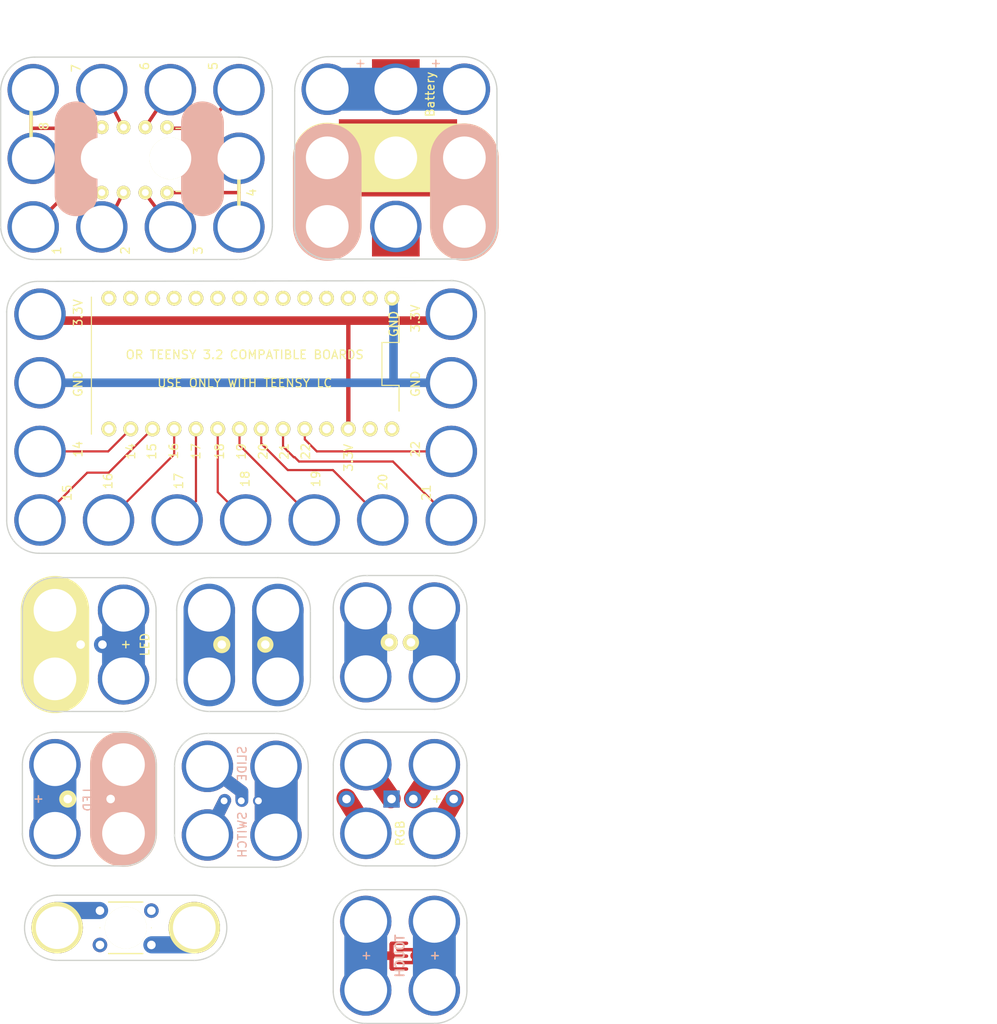
<source format=kicad_pcb>
(kicad_pcb (version 4) (host pcbnew 4.0.4+e1-6308~48~ubuntu14.04.1-stable)

  (general
    (links 0)
    (no_connects 0)
    (area 61.958999 59.1302 178.510001 176.468321)
    (thickness 1.6)
    (drawings 102)
    (tracks 27)
    (zones 0)
    (modules 11)
    (nets 1)
  )

  (page USLetter)
  (title_block
    (company "All Rights Reserved")
    (comment 1 help@browndoggadgets.com)
    (comment 2 http://www.browndoggadgets.com/)
    (comment 3 "Company: Brown Dog Gadgets")
  )

  (layers
    (0 F.Cu signal)
    (31 B.Cu signal)
    (34 B.Paste user)
    (35 F.Paste user)
    (36 B.SilkS user)
    (37 F.SilkS user)
    (38 B.Mask user)
    (39 F.Mask user)
    (44 Edge.Cuts user)
    (46 B.CrtYd user)
    (47 F.CrtYd user)
    (48 B.Fab user)
    (49 F.Fab user)
  )

  (setup
    (last_trace_width 0.254)
    (user_trace_width 0.1524)
    (user_trace_width 0.254)
    (user_trace_width 0.3302)
    (user_trace_width 0.508)
    (user_trace_width 0.762)
    (user_trace_width 1.27)
    (trace_clearance 0.254)
    (zone_clearance 0.508)
    (zone_45_only no)
    (trace_min 0.1524)
    (segment_width 0.1524)
    (edge_width 0.1524)
    (via_size 0.6858)
    (via_drill 0.3302)
    (via_min_size 0.6858)
    (via_min_drill 0.3302)
    (user_via 0.6858 0.3302)
    (user_via 0.762 0.4064)
    (user_via 0.8636 0.508)
    (uvia_size 0.6858)
    (uvia_drill 0.3302)
    (uvias_allowed no)
    (uvia_min_size 0)
    (uvia_min_drill 0)
    (pcb_text_width 0.1524)
    (pcb_text_size 1.016 1.016)
    (mod_edge_width 0.1524)
    (mod_text_size 1.016 1.016)
    (mod_text_width 0.1524)
    (pad_size 1.524 1.524)
    (pad_drill 0.762)
    (pad_to_mask_clearance 0.0762)
    (solder_mask_min_width 0.1016)
    (pad_to_paste_clearance -0.0762)
    (aux_axis_origin 0 0)
    (grid_origin 132.1 81.3)
    (visible_elements FFFEDF7D)
    (pcbplotparams
      (layerselection 0x310fc_80000001)
      (usegerberextensions true)
      (excludeedgelayer true)
      (linewidth 0.100000)
      (plotframeref false)
      (viasonmask false)
      (mode 1)
      (useauxorigin false)
      (hpglpennumber 1)
      (hpglpenspeed 20)
      (hpglpendiameter 15)
      (hpglpenoverlay 2)
      (psnegative false)
      (psa4output false)
      (plotreference true)
      (plotvalue true)
      (plotinvisibletext false)
      (padsonsilk false)
      (subtractmaskfromsilk false)
      (outputformat 1)
      (mirror false)
      (drillshape 0)
      (scaleselection 1)
      (outputdirectory gerbers))
  )

  (net 0 "")

  (net_class Default "This is the default net class."
    (clearance 0.254)
    (trace_width 0.254)
    (via_dia 0.6858)
    (via_drill 0.3302)
    (uvia_dia 0.6858)
    (uvia_drill 0.3302)
  )

  (module Rewire_Circuits:LED-10MMD-5MMP-TH-2x2 (layer F.Cu) (tedit 583354C7) (tstamp 5833D544)
    (at 76.572 154.124 90)
    (descr "10mm LED 5mm pitch through hole center polarized")
    (fp_text reference LED (at 3.9 -4.162 270) (layer B.SilkS)
      (effects (font (size 1 1) (thickness 0.15)) (justify mirror))
    )
    (fp_text value Val** (at 4 -4 90) (layer F.Fab) hide
      (effects (font (size 1 1) (thickness 0.15)))
    )
    (fp_text user %R (at 3.99 -4.162 180) (layer F.Fab)
      (effects (font (size 1 1) (thickness 0.15)))
    )
    (fp_line (start 8 -8) (end 0 -8) (layer B.Mask) (width 5))
    (fp_line (start 0 0) (end 8 0) (layer F.SilkS) (width 7.8))
    (fp_text user + (at 4 -10 90) (layer F.SilkS)
      (effects (font (size 1 1) (thickness 0.15)))
    )
    (fp_text user + (at 4 -10 90) (layer B.SilkS)
      (effects (font (size 1 1) (thickness 0.15)) (justify mirror))
    )
    (fp_text user - (at 4 3 90) (layer F.SilkS)
      (effects (font (size 1 1) (thickness 0.15)))
    )
    (fp_line (start 8 -8) (end 0 -8) (layer B.Cu) (width 5))
    (fp_line (start 8 0) (end 0 0) (layer B.Mask) (width 5))
    (fp_line (start 8 0) (end 0 0) (layer B.Cu) (width 5))
    (fp_line (start 7.9 -11.8) (end 0.1 -11.8) (layer F.Fab) (width 0.04064))
    (fp_line (start 7.9 3.8) (end 0.1 3.8) (layer F.Fab) (width 0.04064))
    (fp_line (start 11.8 -0.1) (end 11.8 -7.9) (layer F.Fab) (width 0.04064))
    (fp_line (start -3.8 -0.1) (end -3.8 -7.9) (layer F.Fab) (width 0.04064))
    (fp_arc (start 7.9 -7.9) (end 7.9 -11.8) (angle 90) (layer F.Fab) (width 0.04064))
    (fp_arc (start 7.9 -0.1) (end 11.8 -0.1) (angle 90) (layer F.Fab) (width 0.04064))
    (fp_arc (start 0.1 -0.1) (end 0.1 3.8) (angle 90) (layer F.Fab) (width 0.04064))
    (fp_arc (start 0.1 -7.9) (end -3.8 -7.9) (angle 90) (layer F.Fab) (width 0.04064))
    (fp_line (start 0 0) (end 8 0) (layer B.SilkS) (width 7.8))
    (pad + thru_hole circle (at 4 -6.5 90) (size 2 2) (drill 1.00076) (layers *.Cu *.Mask F.SilkS))
    (pad - thru_hole circle (at 4 -1.5) (size 1.9 1.9) (drill 1.00076) (layers *.Cu *.Mask F.SilkS))
    (pad - thru_hole circle (at 0 0 90) (size 6 6) (drill 4.98) (layers *.Cu *.Mask))
    (pad + thru_hole circle (at 0 -8 90) (size 6 6) (drill 4.98) (layers *.Cu *.Mask))
    (pad + thru_hole circle (at 8 -8 90) (size 6 6) (drill 4.98) (layers *.Cu *.Mask))
    (pad - thru_hole circle (at 8 0 90) (size 6 6) (drill 4.98) (layers *.Cu *.Mask))
  )

  (module Rewire_Circuits:LED-5MMD-2.5MMP-2x2 (layer F.Cu) (tedit 58124F82) (tstamp 5833BA1B)
    (at 76.572 136.116 90)
    (descr "LED 5mm round vertical")
    (tags "LED 5mm round vertical")
    (fp_text reference "LED 2.54MM PITCH" (at 4 -4 180) (layer F.Fab)
      (effects (font (size 1 1) (thickness 0.15)))
    )
    (fp_text value LED (at 4 2.5 90) (layer F.SilkS)
      (effects (font (size 1 1) (thickness 0.15)))
    )
    (fp_arc (start 0.195441 -0.199792) (end 0 3.8) (angle 84.2) (layer F.Fab) (width 0.05))
    (fp_line (start 11.8 -8) (end 11.8 0) (layer F.Fab) (width 0.05))
    (fp_line (start 0 -11.8) (end 8 -11.8) (layer F.Fab) (width 0.05))
    (fp_line (start 0 3.8) (end 8 3.8) (layer F.Fab) (width 0.05))
    (fp_line (start -3.8 -8) (end -3.8 0) (layer F.Fab) (width 0.05))
    (fp_line (start 4 -5.2) (end 4 -6.3) (layer B.Cu) (width 2))
    (fp_line (start 8 -8) (end 0 -8) (layer B.Mask) (width 5))
    (fp_text user + (at 4 0.2 90) (layer F.SilkS)
      (effects (font (size 1 1) (thickness 0.15)))
    )
    (fp_line (start 0 -8) (end 8 -8) (layer F.SilkS) (width 8))
    (fp_line (start 2.5 -6.23) (end 5.5 -6.23) (layer F.SilkS) (width 0.15))
    (fp_line (start 8 -8) (end 0 -8) (layer B.Cu) (width 5))
    (fp_line (start 8 0) (end 0 0) (layer B.Mask) (width 5))
    (fp_line (start 8 0) (end 0 0) (layer B.Cu) (width 5))
    (fp_line (start 4 -1.35) (end 4 -2.45) (layer B.Cu) (width 2))
    (fp_arc (start 7.800208 -0.195441) (end 11.8 0) (angle 84.2) (layer F.Fab) (width 0.05))
    (fp_arc (start 0.199792 -7.804559) (end -3.8 -8) (angle 84.2) (layer F.Fab) (width 0.05))
    (fp_arc (start 7.804559 -7.800208) (end 8 -11.8) (angle 84.2) (layer F.Fab) (width 0.05))
    (pad - thru_hole rect (at 4 -5 90) (size 2 1.9) (drill 1.00076) (layers *.Cu *.Mask))
    (pad + thru_hole circle (at 4 -2.46) (size 1.9 1.9) (drill 1.00076) (layers *.Cu *.Mask))
    (pad + thru_hole circle (at 0 0 90) (size 6 6) (drill 4.98) (layers *.Cu *.Mask))
    (pad - thru_hole circle (at 0 -8 90) (size 6 6) (drill 4.98) (layers *.Cu *.Mask))
    (pad - thru_hole circle (at 8 -8 90) (size 6 6) (drill 4.98) (layers *.Cu *.Mask))
    (pad + thru_hole circle (at 8 0 90) (size 6 6) (drill 4.98) (layers *.Cu *.Mask))
  )

  (module Rewire_Circuits:GENERIC-2.54MM-TH-2x2 (layer F.Cu) (tedit 58334362) (tstamp 58339EAD)
    (at 112.842 135.862 90)
    (descr "2.54mm pitch through hole centered 2x2")
    (fp_text reference "GEN 2.54MM PITCH" (at 4.016 -4 360) (layer F.Fab)
      (effects (font (size 1 1) (thickness 0.15)))
    )
    (fp_text value GENERIC-TH-2.54MM-PITCH (at 4 6 90) (layer F.Fab) hide
      (effects (font (size 1 1) (thickness 0.15)))
    )
    (fp_line (start 8 -8) (end 0 -8) (layer B.Cu) (width 5))
    (fp_line (start 8 0) (end 0 0) (layer B.Cu) (width 5))
    (fp_line (start 0 0) (end 8 0) (layer B.Mask) (width 5))
    (fp_line (start 8 -8) (end 0 -8) (layer B.Mask) (width 5))
    (fp_line (start 7.9 -11.8) (end 0.1 -11.8) (layer F.Fab) (width 0.04064))
    (fp_line (start 7.9 3.8) (end 0.1 3.8) (layer F.Fab) (width 0.04064))
    (fp_line (start 11.8 -0.1) (end 11.8 -7.9) (layer F.Fab) (width 0.04064))
    (fp_line (start -3.8 -0.1) (end -3.8 -7.9) (layer F.Fab) (width 0.04064))
    (fp_arc (start 7.9 -7.9) (end 7.9 -11.8) (angle 90) (layer F.Fab) (width 0.04064))
    (fp_arc (start 7.9 -0.1) (end 11.8 -0.1) (angle 90) (layer F.Fab) (width 0.04064))
    (fp_arc (start 0.1 -0.1) (end 0.1 3.8) (angle 90) (layer F.Fab) (width 0.04064))
    (fp_arc (start 0.1 -7.9) (end -3.8 -7.9) (angle 90) (layer F.Fab) (width 0.04064))
    (pad 1 thru_hole circle (at 4 -5.27 90) (size 2 2) (drill 1.00076) (layers *.Cu *.Mask F.SilkS))
    (pad 2 thru_hole circle (at 4 -2.73) (size 1.9 1.9) (drill 1.00076) (layers *.Cu *.Mask F.SilkS))
    (pad 2 thru_hole circle (at 0 0 90) (size 6 6) (drill 4.98) (layers *.Cu *.Mask))
    (pad 1 thru_hole circle (at 0 -8 90) (size 6 6) (drill 4.98) (layers *.Cu *.Mask))
    (pad 1 thru_hole circle (at 8 -8 90) (size 6 6) (drill 4.98) (layers *.Cu *.Mask))
    (pad 2 thru_hole circle (at 8 0 90) (size 6 6) (drill 4.98) (layers *.Cu *.Mask))
  )

  (module Rewire_Circuits:TEENSYLC-EDGE-4x7 (layer F.Cu) (tedit 5833437A) (tstamp 5832D6B1)
    (at 66.826 117.591 90)
    (descr "8-lead dip package, row spacing 7.62 mm (300 mils)")
    (tags "dil dip 2.54 300")
    (fp_text reference REF** (at 17.9 43.28 90) (layer F.SilkS) hide
      (effects (font (size 1 1) (thickness 0.15)))
    )
    (fp_text value DIP-8_W7.62mm (at 2.9 44.78 90) (layer F.Fab) hide
      (effects (font (size 1 1) (thickness 0.15)))
    )
    (fp_line (start 25.75 41.25) (end 16 41.25) (layer B.Cu) (width 1))
    (fp_line (start 16 0.25) (end 16 48) (layer B.Cu) (width 1))
    (fp_line (start 10 6) (end 26 6) (layer F.SilkS) (width 0.127))
    (fp_line (start 0 51.9) (end 24 51.9) (layer F.Fab) (width 0.04064))
    (fp_line (start 24 -3.9) (end 0 -3.9) (layer F.Fab) (width 0.04064))
    (fp_line (start -3.9 0) (end -3.9 48) (layer F.Fab) (width 0.04064))
    (fp_arc (start 0 48) (end 0 51.9) (angle 89.9) (layer F.Fab) (width 0.04064))
    (fp_text user "OR TEENSY 3.2 COMPATIBLE BOARDS" (at 19.271 23.892 180) (layer F.SilkS)
      (effects (font (size 1 1) (thickness 0.15)))
    )
    (fp_text user "USE ONLY WITH TEENSY LC" (at 15.969 23.892 180) (layer F.SilkS)
      (effects (font (size 1 1) (thickness 0.15)))
    )
    (fp_text user 3.3V (at 7.25 36 90) (layer F.SilkS)
      (effects (font (size 1 1) (thickness 0.15)))
    )
    (fp_line (start 20.7 39.901) (end 15.7 39.901) (layer F.SilkS) (width 0.127))
    (fp_line (start 20.7 41.901) (end 20.7 39.901) (layer F.SilkS) (width 0.127))
    (fp_text user "TEENSY LC/3.2 BREAKOUT" (at 10.795 23.495 180) (layer F.Fab)
      (effects (font (size 1 1) (thickness 0.15)))
    )
    (fp_text user 17 (at 4.54 16.19 270) (layer F.SilkS)
      (effects (font (size 1 1) (thickness 0.15)))
    )
    (fp_text user 16 (at 4.54 7.94 270) (layer F.SilkS)
      (effects (font (size 1 1) (thickness 0.15)))
    )
    (fp_text user GND (at 22.86 41.275 90) (layer F.SilkS)
      (effects (font (size 1 1) (thickness 0.15)))
    )
    (fp_text user 21 (at 8 28.5 90) (layer F.SilkS)
      (effects (font (size 1 1) (thickness 0.15)))
    )
    (fp_text user 16 (at 8.05 15.6 90) (layer F.SilkS)
      (effects (font (size 1 1) (thickness 0.15)))
    )
    (fp_text user 17 (at 8 18.201 90) (layer F.SilkS)
      (effects (font (size 1 1) (thickness 0.15)))
    )
    (fp_text user 19 (at 4.79 32.19 90) (layer F.SilkS)
      (effects (font (size 1 1) (thickness 0.15)))
    )
    (fp_text user 15 (at 8 13.05 90) (layer F.SilkS)
      (effects (font (size 1 1) (thickness 0.15)))
    )
    (fp_text user 18 (at 4.79 23.94 90) (layer F.SilkS)
      (effects (font (size 1 1) (thickness 0.15)))
    )
    (fp_arc (start 0 0) (end -3.9 0) (angle 90) (layer F.Fab) (width 0.04064))
    (fp_line (start 27.9 48) (end 27.9 0) (layer F.Fab) (width 0.04064))
    (fp_arc (start 24 0) (end 24 -3.9) (angle 89.9) (layer F.Fab) (width 0.04064))
    (fp_arc (start 24 48) (end 27.9 48) (angle 90) (layer F.Fab) (width 0.04064))
    (fp_line (start 20.7 41.901) (end 23.7 41.901) (layer F.SilkS) (width 0.127))
    (fp_line (start 15.7 41.901) (end 15.7 39.901) (layer F.SilkS) (width 0.127))
    (fp_line (start 15.7 41.901) (end 15.7 39.901) (layer F.SilkS) (width 0.127))
    (fp_line (start 12.7 41.901) (end 15.7 41.901) (layer F.SilkS) (width 0.127))
    (fp_line (start 12.7 41.901) (end 15.7 41.901) (layer F.SilkS) (width 0.127))
    (fp_text user 20 (at 4.445 40.005 90) (layer F.SilkS)
      (effects (font (size 1 1) (thickness 0.15)))
    )
    (fp_text user 22 (at 8 31.001 90) (layer F.SilkS)
      (effects (font (size 1 1) (thickness 0.15)))
    )
    (fp_text user 15 (at 3.175 3.175 90) (layer F.SilkS)
      (effects (font (size 1 1) (thickness 0.15)))
    )
    (fp_line (start 23.25 0.5) (end 23.25 48.25) (layer F.Cu) (width 1))
    (fp_text user 14 (at 8 10.6 90) (layer F.SilkS)
      (effects (font (size 1 1) (thickness 0.15)))
    )
    (fp_text user 20 (at 8 26.035 90) (layer F.SilkS)
      (effects (font (size 1 1) (thickness 0.15)))
    )
    (fp_text user 19 (at 8 23.495 90) (layer F.SilkS)
      (effects (font (size 1 1) (thickness 0.15)))
    )
    (fp_text user 18 (at 8 20.955 90) (layer F.SilkS)
      (effects (font (size 1 1) (thickness 0.15)))
    )
    (fp_text user 14 (at 8.255 4.445 90) (layer F.SilkS)
      (effects (font (size 1 1) (thickness 0.15)))
    )
    (fp_text user 21 (at 3.175 45.085 90) (layer F.SilkS)
      (effects (font (size 1 1) (thickness 0.15)))
    )
    (fp_text user 22 (at 8.255 43.815 90) (layer F.SilkS)
      (effects (font (size 1 1) (thickness 0.15)))
    )
    (fp_text user GND (at 15.875 4.445 90) (layer F.SilkS)
      (effects (font (size 1 1) (thickness 0.15)))
    )
    (fp_text user 3.3V (at 24.13 4.445 90) (layer F.SilkS)
      (effects (font (size 1 1) (thickness 0.15)))
    )
    (fp_text user 3.3V (at 23.495 43.815 90) (layer F.SilkS)
      (effects (font (size 1 1) (thickness 0.15)))
    )
    (fp_text user GND (at 22.86 41.275 90) (layer F.SilkS)
      (effects (font (size 1 1) (thickness 0.15)))
    )
    (fp_text user GND (at 15.875 43.815 90) (layer F.SilkS)
      (effects (font (size 1 1) (thickness 0.15)))
    )
    (pad GND thru_hole circle (at 25.86 41.061 270) (size 1.7272 1.7272) (drill 1.016) (layers *.Cu *.Mask F.SilkS))
    (pad 0 thru_hole circle (at 25.86 38.521 270) (size 1.7272 1.7272) (drill 1.016) (layers *.Cu *.Mask F.SilkS))
    (pad 1 thru_hole circle (at 25.86 35.981 270) (size 1.7272 1.7272) (drill 1.016) (layers *.Cu *.Mask F.SilkS))
    (pad 2 thru_hole circle (at 25.86 33.441 270) (size 1.7272 1.7272) (drill 1.016) (layers *.Cu *.Mask F.SilkS))
    (pad 3 thru_hole circle (at 25.86 30.901 270) (size 1.7272 1.7272) (drill 1.016) (layers *.Cu *.Mask F.SilkS))
    (pad 4 thru_hole circle (at 25.86 28.361 270) (size 1.7272 1.7272) (drill 1.016) (layers *.Cu *.Mask F.SilkS))
    (pad 5 thru_hole circle (at 25.86 25.821 270) (size 1.7272 1.7272) (drill 1.016) (layers *.Cu *.Mask F.SilkS))
    (pad 6 thru_hole circle (at 25.86 23.281 270) (size 1.7272 1.7272) (drill 1.016) (layers *.Cu *.Mask F.SilkS))
    (pad 7 thru_hole circle (at 25.86 20.741 270) (size 1.7272 1.7272) (drill 1.016) (layers *.Cu *.Mask F.SilkS))
    (pad 8 thru_hole circle (at 25.86 18.201 270) (size 1.7272 1.7272) (drill 1.016) (layers *.Cu *.Mask F.SilkS))
    (pad 9 thru_hole circle (at 25.86 15.661 270) (size 1.7272 1.7272) (drill 1.016) (layers *.Cu *.Mask F.SilkS))
    (pad 10 thru_hole circle (at 25.86 13.121 270) (size 1.7272 1.7272) (drill 1.016) (layers *.Cu *.Mask F.SilkS))
    (pad 11 thru_hole circle (at 25.86 10.581 270) (size 1.7272 1.7272) (drill 1.016) (layers *.Cu *.Mask F.SilkS))
    (pad 12 thru_hole circle (at 25.86 8.041 270) (size 1.7272 1.7272) (drill 1.016) (layers *.Cu *.Mask F.SilkS))
    (pad 13 thru_hole circle (at 10.62 8.041 270) (size 1.7272 1.7272) (drill 1.016) (layers *.Cu *.Mask F.SilkS))
    (pad 16 thru_hole circle (at 10.62 15.661 270) (size 1.7272 1.7272) (drill 1.016) (layers *.Cu *.Mask F.SilkS))
    (pad 3.3V thru_hole circle (at 10.62 35.981 270) (size 1.7272 1.7272) (drill 1.016) (layers *.Cu *.Mask F.SilkS))
    (pad 18 thru_hole circle (at 10.62 20.741 270) (size 1.7272 1.7272) (drill 1.016) (layers *.Cu *.Mask F.SilkS))
    (pad 17 thru_hole circle (at 10.62 18.201 270) (size 1.7272 1.7272) (drill 1.016) (layers *.Cu *.Mask F.SilkS))
    (pad G3 thru_hole circle (at 10.62 38.521 270) (size 1.7272 1.7272) (drill 1.016) (layers *.Cu *.Mask F.SilkS))
    (pad 22 thru_hole circle (at 10.62 30.901 270) (size 1.7272 1.7272) (drill 1.016) (layers *.Cu *.Mask F.SilkS))
    (pad VIN thru_hole circle (at 10.62 41.061 270) (size 1.7272 1.7272) (drill 1.016) (layers *.Cu *.Mask F.SilkS))
    (pad 21 thru_hole circle (at 10.62 28.361 270) (size 1.7272 1.7272) (drill 1.016) (layers *.Cu *.Mask F.SilkS))
    (pad 20 thru_hole circle (at 10.62 25.821 270) (size 1.7272 1.7272) (drill 1.016) (layers *.Cu *.Mask F.SilkS))
    (pad 19 thru_hole circle (at 10.62 23.281 270) (size 1.7272 1.7272) (drill 1.016) (layers *.Cu *.Mask F.SilkS))
    (pad 23 thru_hole circle (at 10.62 33.441 270) (size 1.7272 1.7272) (drill 1.016) (layers *.Cu *.Mask F.SilkS))
    (pad 14 thru_hole circle (at 10.62 10.581 270) (size 1.7272 1.7272) (drill 1.016) (layers *.Cu *.Mask F.SilkS))
    (pad 15 thru_hole circle (at 10.62 13.121 270) (size 1.7272 1.7272) (drill 1.016) (layers *.Cu *.Mask F.SilkS))
    (pad 16 thru_hole circle (at 0 8 180) (size 6 6) (drill 4.98) (layers *.Cu *.Mask))
    (pad 17 thru_hole circle (at 0.001 16 180) (size 6 6) (drill 4.98) (layers *.Cu *.Mask))
    (pad 19 thru_hole circle (at 0.001 32 180) (size 6 6) (drill 4.98) (layers *.Cu *.Mask))
    (pad 15 thru_hole circle (at 0.001 0 180) (size 6 6) (drill 4.98) (layers *.Cu *.Mask))
    (pad 20 thru_hole circle (at 0.001 40 180) (size 6 6) (drill 4.98) (layers *.Cu *.Mask))
    (pad 18 thru_hole circle (at 0.001 24 180) (size 6 6) (drill 4.98) (layers *.Cu *.Mask))
    (pad 14 thru_hole circle (at 8 0 180) (size 6 6) (drill 4.98) (layers *.Cu *.Mask))
    (pad GND thru_hole circle (at 16 0 180) (size 6 6) (drill 4.98) (layers *.Cu *.Mask))
    (pad 3.3V thru_hole circle (at 24 0 180) (size 6 6) (drill 4.98) (layers *.Cu *.Mask))
    (pad 21 thru_hole circle (at 0.001 48 180) (size 6 6) (drill 4.98) (layers *.Cu *.Mask))
    (pad 22 thru_hole circle (at 8 48 180) (size 6 6) (drill 4.98) (layers *.Cu *.Mask))
    (pad GND thru_hole circle (at 16 48 180) (size 6 6) (drill 4.98) (layers *.Cu *.Mask))
    (pad 3.3V thru_hole circle (at 24 48 180) (size 6 6) (drill 4.98) (layers *.Cu *.Mask))
  )

  (module Rewire_Circuits:DIP8-PLATFORM-TEST (layer F.Cu) (tedit 58334661) (tstamp 5832E3AB)
    (at 90.038 83.416 90)
    (descr "8-lead dip package, row spacing 7.62 mm (300 mils)")
    (tags "dil dip 2.54 300")
    (fp_text reference "DIP8 BREAKOUT" (at 8.1 -12.1 180) (layer F.Fab)
      (effects (font (size 1 1) (thickness 0.15)))
    )
    (fp_text value "8DIP IC" (at 0 -4 90) (layer B.SilkS) hide
      (effects (font (size 1 1) (thickness 0.15)) (justify mirror))
    )
    (fp_line (start 0 0) (end 8 0) (layer F.Cu) (width 0.4064))
    (fp_text user 1 (at -2.75 -21.25 90) (layer F.SilkS)
      (effects (font (size 1 1) (thickness 0.15)))
    )
    (fp_line (start 4 -11) (end 0 -8) (layer F.Cu) (width 0.4064))
    (fp_line (start 0 -15.5) (end 4 -13.5) (layer F.Cu) (width 0.4064))
    (fp_line (start 4 -20) (end 0 -24) (layer F.Cu) (width 0.4064))
    (fp_line (start 4 -16) (end 4 -20) (layer F.Cu) (width 0.4064))
    (fp_line (start 8 -24.25) (end 16 -24.25) (layer F.Cu) (width 0.4064))
    (fp_line (start 11.5 -17.5) (end 11.5 -24.25) (layer F.Cu) (width 0.4064))
    (fp_line (start 11.5 -13.5) (end 16 -15.75) (layer F.Cu) (width 0.4064))
    (fp_line (start 11.5 -11) (end 16 -8) (layer F.Cu) (width 0.4064))
    (fp_line (start 11.5 -4) (end 16.25 0) (layer F.Cu) (width 0.4064))
    (fp_line (start 11.5 -8.5) (end 11.5 -4) (layer F.Cu) (width 0.4064))
    (fp_line (start 0 0) (end 8.25 0) (layer F.SilkS) (width 0.4064))
    (fp_line (start 4 -8.25) (end 4 0) (layer F.Cu) (width 0.4064))
    (fp_line (start 11.5 -17.5) (end 11.5 -16) (layer F.Cu) (width 0.4064))
    (fp_circle (center 3.85 -17.85) (end 3.575 -17.85) (layer F.SilkS) (width 0.8))
    (fp_text user %R (at 8 -16 180) (layer F.Fab) hide
      (effects (font (size 1 1) (thickness 0.15)))
    )
    (fp_line (start 0 3.8) (end 16 3.8) (layer F.Fab) (width 0.05))
    (fp_line (start -3.8 -24) (end -3.8 0) (layer F.Fab) (width 0.05))
    (fp_line (start 19.8 -24) (end 19.8 0) (layer F.Fab) (width 0.05))
    (fp_line (start 0 -27.8) (end 16 -27.8) (layer F.Fab) (width 0.05))
    (fp_arc (start 0 -24) (end -3.8 -24) (angle 90) (layer F.Fab) (width 0.05))
    (fp_arc (start 0 0) (end 0 3.8) (angle 90) (layer F.Fab) (width 0.05))
    (fp_arc (start 16 0) (end 19.8 0) (angle 90) (layer F.Fab) (width 0.05))
    (fp_arc (start 16 -24) (end 16 -27.8) (angle 90) (layer F.Fab) (width 0.05))
    (fp_line (start 12.132 -19) (end 3.75 -19) (layer B.SilkS) (width 5))
    (fp_line (start 4.135 -18.295) (end 4.135 -17.025) (layer F.SilkS) (width 0.15))
    (fp_line (start 11.485 -18.295) (end 11.485 -17.025) (layer F.SilkS) (width 0.15))
    (fp_line (start 11.485 -6.085) (end 11.485 -7.355) (layer F.SilkS) (width 0.15))
    (fp_line (start 4.135 -6.085) (end 4.135 -7.355) (layer F.SilkS) (width 0.15))
    (fp_line (start 4.135 -18.295) (end 11.485 -18.295) (layer F.SilkS) (width 0.15))
    (fp_line (start 4.135 -6.085) (end 11.485 -6.085) (layer F.SilkS) (width 0.15))
    (fp_text user 8 (at 11.75 -22.75 90) (layer F.SilkS)
      (effects (font (size 1 1) (thickness 0.15)))
    )
    (fp_text user 7 (at 18.5 -19 90) (layer F.SilkS)
      (effects (font (size 1 1) (thickness 0.15)))
    )
    (fp_text user 6 (at 18.75 -11 90) (layer F.SilkS)
      (effects (font (size 1 1) (thickness 0.15)))
    )
    (fp_text user 5 (at 18.75 -3 90) (layer F.SilkS)
      (effects (font (size 1 1) (thickness 0.15)))
    )
    (fp_text user 4 (at 4 1.5 90) (layer F.SilkS)
      (effects (font (size 1 1) (thickness 0.15)))
    )
    (fp_line (start 8 -24.25) (end 16.25 -24.25) (layer F.SilkS) (width 0.4064))
    (fp_text user 2 (at -2.75 -13.25 90) (layer F.SilkS)
      (effects (font (size 1 1) (thickness 0.15)))
    )
    (fp_text user 3 (at -2.75 -4.75 90) (layer F.SilkS)
      (effects (font (size 1 1) (thickness 0.15)))
    )
    (fp_line (start 12.132 -4.25) (end 3.75 -4.25) (layer B.SilkS) (width 5))
    (pad 1 thru_hole oval (at 4 -16 90) (size 1.6 1.6) (drill 0.8) (layers *.Cu *.Mask F.SilkS))
    (pad 2 thru_hole oval (at 4 -13.46 90) (size 1.6 1.6) (drill 0.8) (layers *.Cu *.Mask F.SilkS))
    (pad 3 thru_hole oval (at 4 -10.92 90) (size 1.6 1.6) (drill 0.8) (layers *.Cu *.Mask F.SilkS))
    (pad 4 thru_hole oval (at 4 -8.38 90) (size 1.6 1.6) (drill 0.8) (layers *.Cu *.Mask F.SilkS))
    (pad 5 thru_hole oval (at 11.62 -8.38 90) (size 1.6 1.6) (drill 0.8) (layers *.Cu *.Mask F.SilkS))
    (pad 6 thru_hole oval (at 11.62 -10.92 90) (size 1.6 1.6) (drill 0.8) (layers *.Cu *.Mask F.SilkS))
    (pad 7 thru_hole oval (at 11.62 -13.46 90) (size 1.6 1.6) (drill 0.8) (layers *.Cu *.Mask F.SilkS))
    (pad 8 thru_hole oval (at 11.62 -16 90) (size 1.6 1.6) (drill 0.8) (layers *.Cu *.Mask F.SilkS))
    (pad 4 thru_hole circle (at 0 0) (size 6 6) (drill 4.98) (layers *.Cu *.Mask))
    (pad "" np_thru_hole circle (at 8 -16) (size 4.88 4.88) (drill 4.98) (layers *.Cu *.Mask))
    (pad 2 thru_hole circle (at 0 -16) (size 6 6) (drill 4.98) (layers *.Cu *.Mask))
    (pad 3 thru_hole circle (at 0 -8) (size 6 6) (drill 4.98) (layers *.Cu *.Mask))
    (pad "" np_thru_hole circle (at 8 -8) (size 4.88 4.88) (drill 4.98) (layers *.Cu *.Mask F.SilkS))
    (pad 4 thru_hole circle (at 8 0) (size 6 6) (drill 4.98) (layers *.Cu *.Mask))
    (pad 1 thru_hole circle (at 0 -24) (size 6 6) (drill 4.98) (layers *.Cu *.Mask))
    (pad 7 thru_hole circle (at 16 -16) (size 6 6) (drill 4.98) (layers *.Cu *.Mask))
    (pad 5 thru_hole circle (at 16 0) (size 6 6) (drill 4.98) (layers *.Cu *.Mask))
    (pad 6 thru_hole circle (at 16 -8) (size 6 6) (drill 4.98) (layers *.Cu *.Mask))
    (pad 8 thru_hole circle (at 16 -24) (size 6 6) (drill 4.98) (layers *.Cu *.Mask))
    (pad 8 thru_hole circle (at 8 -24) (size 6 6) (drill 4.98) (layers *.Cu *.Mask))
    (model Housings_DIP.3dshapes/DIP-8_W7.62mm.wrl
      (at (xyz 0 0 0))
      (scale (xyz 1 1 1))
      (rotate (xyz 0 0 0))
    )
  )

  (module Rewire_Circuits:GENERIC-5MM-TH-2x2 (layer F.Cu) (tedit 5833435A) (tstamp 58338373)
    (at 94.58 136.116 90)
    (descr "2.54mm pitch through hole centered 2x2")
    (fp_text reference "GEN 5MM PITCH" (at 4.01 -4.02 180) (layer F.Fab)
      (effects (font (size 1 1) (thickness 0.15)))
    )
    (fp_text value GENERIC-TH-5MM (at 3.91 2.17 90) (layer F.Fab) hide
      (effects (font (size 1 1) (thickness 0.15)))
    )
    (fp_line (start -0.2 -8) (end 8.1 -8) (layer B.Cu) (width 6))
    (fp_line (start -0.2 0) (end 8.1 0) (layer B.Cu) (width 6))
    (fp_line (start -0.2 -8) (end 8.1 -8) (layer B.Mask) (width 6))
    (fp_line (start -0.2 0) (end 8.1 0) (layer B.Mask) (width 6))
    (fp_line (start 7.9 -11.8) (end 0.1 -11.8) (layer F.Fab) (width 0.04064))
    (fp_line (start 7.9 3.8) (end 0.1 3.8) (layer F.Fab) (width 0.04064))
    (fp_line (start 11.8 -0.1) (end 11.8 -7.9) (layer F.Fab) (width 0.04064))
    (fp_line (start -3.8 -0.1) (end -3.8 -7.9) (layer F.Fab) (width 0.04064))
    (fp_arc (start 7.9 -7.9) (end 7.9 -11.8) (angle 90) (layer F.Fab) (width 0.04064))
    (fp_arc (start 7.9 -0.1) (end 11.8 -0.1) (angle 90) (layer F.Fab) (width 0.04064))
    (fp_arc (start 0.1 -0.1) (end 0.1 3.8) (angle 90) (layer F.Fab) (width 0.04064))
    (fp_arc (start 0.1 -7.9) (end -3.8 -7.9) (angle 90) (layer F.Fab) (width 0.04064))
    (pad 1 thru_hole circle (at 4 -6.54 90) (size 2 2) (drill 1.00076) (layers *.Cu *.Mask F.SilkS))
    (pad 2 thru_hole circle (at 4 -1.46) (size 1.9 1.9) (drill 1.00076) (layers *.Cu *.Mask F.SilkS))
    (pad 2 thru_hole circle (at 0 0 90) (size 6 6) (drill 4.98) (layers *.Cu *.Mask))
    (pad 1 thru_hole circle (at 0 -8 90) (size 6 6) (drill 4.98) (layers *.Cu *.Mask))
    (pad 1 thru_hole circle (at 8 -8 90) (size 6 6) (drill 4.98) (layers *.Cu *.Mask))
    (pad 2 thru_hole circle (at 8 0 90) (size 6 6) (drill 4.98) (layers *.Cu *.Mask))
  )

  (module Rewire_Circuits:SWITCH-SPDT-3PIN-2.5mmPITCH-TH-2x2 (layer F.Cu) (tedit 583343B3) (tstamp 5833F2D4)
    (at 94.366 154.318 90)
    (descr http://spec_sheets.e-switch.com/specs/P040040.pdf)
    (tags "SWITCH SPDT EG1218 2x3")
    (fp_text reference "3POS SWITCH" (at 3.99 -3.96 180) (layer F.Fab)
      (effects (font (size 1 1) (thickness 0.15)))
    )
    (fp_text value SLIDE (at 4.12 2.8 90) (layer F.Fab) hide
      (effects (font (size 1 1) (thickness 0.15)))
    )
    (fp_line (start 4.03 -5.98) (end 0.03 -7.98) (layer F.Cu) (width 1.5))
    (fp_line (start 5.03 -3.98) (end 8.03 -7.98) (layer B.Mask) (width 1.5))
    (fp_line (start 4.03 -3.98) (end 5.03 -3.98) (layer B.Mask) (width 1.5))
    (fp_line (start 0.03 0.02) (end 8.03 0.02) (layer B.Cu) (width 5))
    (fp_text user "SLIDE " (at 7.93 -3.955 90) (layer B.SilkS)
      (effects (font (size 1 1) (thickness 0.15)) (justify mirror))
    )
    (fp_text user SWITCH (at 0.03 -3.93 90) (layer B.SilkS)
      (effects (font (size 1 1) (thickness 0.15)) (justify mirror))
    )
    (fp_line (start 0.03 0.02) (end 8.03 0.02) (layer B.Mask) (width 5))
    (fp_line (start 4.03 -5.98) (end 0.03 -7.98) (layer B.Mask) (width 1.5))
    (fp_line (start 4.03 -3.98) (end 5.03 -3.98) (layer B.Cu) (width 1.5))
    (fp_line (start 5.03 -3.98) (end 8.03 -7.98) (layer B.Cu) (width 1.5))
    (fp_line (start 7.9 -11.8) (end 0.1 -11.8) (layer F.Fab) (width 0.04064))
    (fp_line (start 7.9 3.8) (end 0.1 3.8) (layer F.Fab) (width 0.04064))
    (fp_line (start 11.8 -0.1) (end 11.8 -7.9) (layer F.Fab) (width 0.04064))
    (fp_line (start -3.8 -0.1) (end -3.8 -7.9) (layer F.Fab) (width 0.04064))
    (fp_arc (start 7.9 -7.9) (end 7.9 -11.8) (angle 90) (layer F.Fab) (width 0.04064))
    (fp_arc (start 7.9 -0.1) (end 11.8 -0.1) (angle 90) (layer F.Fab) (width 0.04064))
    (fp_arc (start 0.1 -0.1) (end 0.1 3.8) (angle 90) (layer F.Fab) (width 0.04064))
    (fp_arc (start 0.1 -7.9) (end -3.8 -7.9) (angle 90) (layer F.Fab) (width 0.04064))
    (fp_line (start 0.03 0.02) (end 8.03 0.02) (layer F.Mask) (width 5))
    (fp_line (start 0.03 0.02) (end 8.03 0.02) (layer F.Cu) (width 5))
    (fp_line (start 5.03 -3.98) (end 8.03 -7.98) (layer F.Cu) (width 1.5))
    (fp_line (start 4.03 -3.98) (end 5.03 -3.98) (layer F.Cu) (width 1.5))
    (fp_line (start 4.03 -5.98) (end 0.03 -7.98) (layer F.Mask) (width 1.5))
    (fp_line (start 4.03 -5.98) (end 0.03 -7.98) (layer B.Cu) (width 1.5))
    (fp_line (start 5.03 -3.98) (end 8.03 -7.98) (layer F.Mask) (width 1.5))
    (fp_line (start 4.03 -3.98) (end 5.03 -3.98) (layer F.Mask) (width 1.5))
    (pad 2 thru_hole circle (at 8 -8 90) (size 6 6) (drill 4.98) (layers *.Cu *.Mask))
    (pad 2 thru_hole circle (at 3.98 -4.055) (size 1.25 1.25) (drill 0.8) (layers *.Cu *.Mask))
    (pad 3 thru_hole circle (at 3.98 -6.055) (size 1.25 1.25) (drill 0.8) (layers *.Cu *.Mask))
    (pad 1 thru_hole circle (at 3.98 -2.055) (size 1.25 1.25) (drill 0.8) (layers *.Cu *.Mask))
    (pad 1 thru_hole circle (at 8 0 90) (size 6 6) (drill 4.98) (layers *.Cu *.Mask))
    (pad 3 thru_hole circle (at 0 -8 90) (size 6 6) (drill 4.98) (layers *.Cu *.Mask))
    (pad 1 thru_hole circle (at 0 0 90) (size 6 6) (drill 4.98) (layers *.Cu *.Mask))
  )

  (module Rewire_Circuits:BUTTON-1x3-TH-OMRON-B3F-1XXX (layer F.Cu) (tedit 58334429) (tstamp 58347A23)
    (at 68.8326 165.1258)
    (descr "BUTTON 1x3 TH OMRON B3F-1XXX")
    (tags "Omron B3F-10xx")
    (fp_text reference PUSHBUTTON (at 8.05 0.15) (layer F.Fab)
      (effects (font (size 1 1) (thickness 0.15)))
    )
    (fp_text value Pushbutton (at 7.55 -4.6 180) (layer F.Fab) hide
      (effects (font (size 1 1) (thickness 0.15)))
    )
    (fp_line (start 16 3.8) (end 0 3.8) (layer F.Fab) (width 0.05))
    (fp_line (start 0 -3.8) (end 16 -3.8) (layer F.Fab) (width 0.05))
    (fp_arc (start 0 0) (end 0 3.8) (angle 180) (layer F.Fab) (width 0.05))
    (fp_line (start 4.95 -2) (end 0 -2) (layer B.Cu) (width 2))
    (fp_line (start 5.9934 3.0142) (end 9.9934 3.0142) (layer F.SilkS) (width 0.15))
    (fp_line (start 5.9934 -2.9858) (end 9.9934 -2.9858) (layer F.SilkS) (width 0.15))
    (fp_line (start 4.9934 0.0142) (end 4.9934 0.0142) (layer F.SilkS) (width 0))
    (fp_line (start 9.9934 3.0142) (end 5.9934 3.0142) (layer F.SilkS) (width 0))
    (fp_line (start 9.9934 -2.9858) (end 5.9934 -2.9858) (layer F.SilkS) (width 0))
    (fp_line (start 10.9934 0.0142) (end 10.9934 0.0142) (layer F.SilkS) (width 0))
    (fp_circle (center 7.9934 0.0142) (end 8.9934 1.0142) (layer F.SilkS) (width 0))
    (fp_line (start 16 2) (end 11.05 2) (layer B.Cu) (width 2))
    (fp_arc (start 16 0) (end 16 -3.8) (angle 180) (layer F.Fab) (width 0.05))
    (pad 2 thru_hole circle (at 10.9934 2.0142) (size 1.7 1.7) (drill 1) (layers *.Cu *.Mask))
    (pad 2 thru_hole circle (at 4.9934 2.0142) (size 1.7 1.7) (drill 1) (layers *.Cu *.Mask))
    (pad 1 thru_hole circle (at 10.9934 -1.9858) (size 1.7 1.7) (drill 1) (layers *.Cu *.Mask))
    (pad 1 thru_hole circle (at 4.9934 -1.9858) (size 1.7 1.7) (drill 1) (layers *.Cu *.Mask))
    (pad "" np_thru_hole circle (at 8 0) (size 4.88 4.88) (drill 4.98) (layers *.Cu *.Mask F.SilkS))
    (pad 1 thru_hole circle (at 0 0) (size 6 6) (drill 4.98) (layers *.Cu *.Mask F.SilkS))
    (pad 2 thru_hole circle (at 16 0) (size 6 6) (drill 4.98) (layers *.Cu *.Mask F.SilkS))
  )

  (module Rewire_Circuits:CR2032-3x3-NO-ROTATE (layer F.Cu) (tedit 58334431) (tstamp 5834953B)
    (at 116.346 83.362 90)
    (fp_text reference BT1 (at 4 -8 180) (layer F.Fab) hide
      (effects (font (size 1 1) (thickness 0.15)))
    )
    (fp_text value Battery (at 15.4 -4 90) (layer F.SilkS)
      (effects (font (size 1 1) (thickness 0.15)))
    )
    (fp_text user "CR2032 BATTERY" (at 8 -8 180) (layer F.Fab)
      (effects (font (size 1 1) (thickness 0.15)))
    )
    (fp_line (start 0 3.8) (end 16 3.8) (layer F.Fab) (width 0.05))
    (fp_line (start -3.8 -16) (end -3.8 0) (layer F.Fab) (width 0.05))
    (fp_line (start 19.8 -16) (end 19.8 0) (layer F.Fab) (width 0.05))
    (fp_line (start 0 -19.8) (end 16 -19.8) (layer F.Fab) (width 0.05))
    (fp_arc (start 0 -16) (end -3.8 -16) (angle 90) (layer F.Fab) (width 0.05))
    (fp_arc (start 0 0) (end 0 3.8) (angle 90) (layer F.Fab) (width 0.05))
    (fp_arc (start 16 0) (end 19.8 0) (angle 90) (layer F.Fab) (width 0.05))
    (fp_arc (start 16 -16) (end 16 -19.8) (angle 90) (layer F.Fab) (width 0.05))
    (fp_line (start 0 0) (end 8 0) (layer B.SilkS) (width 8))
    (fp_line (start 8 0) (end 8 -16) (layer F.SilkS) (width 8))
    (fp_text user + (at 19 -3.4 90) (layer B.SilkS)
      (effects (font (size 1 1) (thickness 0.15)) (justify mirror))
    )
    (fp_line (start 8 -16) (end 0 -16) (layer B.Mask) (width 5))
    (fp_line (start 8 0) (end 8 -16) (layer B.Mask) (width 5))
    (fp_line (start 0 0) (end 8 0) (layer B.Mask) (width 5))
    (fp_line (start 8 -16) (end 8 0) (layer B.Cu) (width 5))
    (fp_line (start 0 -16) (end 8 -16) (layer B.Cu) (width 5))
    (fp_line (start 0 0) (end 8 0) (layer B.Cu) (width 5))
    (fp_line (start 16 0) (end 16 -16) (layer B.Cu) (width 5))
    (fp_text user + (at 19 -12.2 90) (layer F.SilkS)
      (effects (font (size 1 1) (thickness 0.15)))
    )
    (fp_line (start 16 -16) (end 16 0) (layer B.Mask) (width 5))
    (fp_line (start 0 -16) (end 8 -16) (layer B.SilkS) (width 8))
    (fp_line (start 0 0) (end 8 0) (layer F.SilkS) (width 8))
    (fp_text user + (at 19 -12.2 90) (layer B.SilkS)
      (effects (font (size 1 1) (thickness 0.15)) (justify mirror))
    )
    (fp_text user + (at 19 -3.4 90) (layer F.SilkS)
      (effects (font (size 1 1) (thickness 0.15)))
    )
    (fp_line (start 0.1 -16) (end 8.1 -16) (layer F.SilkS) (width 8))
    (pad GND thru_hole circle (at 8 -8 90) (size 6 6) (drill 4.98) (layers *.Cu *.Mask))
    (pad + thru_hole circle (at 0 -8 90) (size 6 6) (drill 4.98) (layers *.Cu *.Mask))
    (pad + thru_hole circle (at 16 -8 90) (size 6 6) (drill 4.98) (layers *.Cu *.Mask))
    (pad + smd rect (at 18.2 -8 90) (size 2.6 5.56) (layers F.Cu F.Paste F.Mask))
    (pad GND smd rect (at 7.996 -7.746 90) (size 9 13.8) (layers F.Cu F.Paste F.Mask))
    (pad + smd rect (at -2.2 -8 90) (size 2.6 5.56) (layers F.Cu F.Paste F.Mask))
    (pad GND thru_hole circle (at 0 -16 90) (size 6 6) (drill 4.98) (layers *.Cu *.Mask))
    (pad GND thru_hole circle (at 8 -16 90) (size 6 6) (drill 4.98) (layers *.Cu *.Mask))
    (pad + thru_hole circle (at 16 -16 90) (size 6 6) (drill 4.98) (layers *.Cu B.Mask))
    (pad GND thru_hole circle (at 0 0 90) (size 6 6) (drill 4.98) (layers *.Cu *.Mask))
    (pad GND thru_hole circle (at 8 0 90) (size 6 6) (drill 4.98) (layers *.Cu *.Mask))
    (pad + thru_hole circle (at 16 0 90) (size 6 6) (drill 4.98) (layers *.Cu B.Mask))
  )

  (module Rewire_Circuits:TOUCH-SMT-2x2 (layer F.Cu) (tedit 583354F2) (tstamp 5834B04F)
    (at 112.842 172.394 90)
    (fp_text reference TOUCH (at 3.97 -4.02 90) (layer B.SilkS)
      (effects (font (size 1.016 1.016) (thickness 0.2032)) (justify mirror))
    )
    (fp_text value TOUCH (at 4.03 2.81 90) (layer F.Fab) hide
      (effects (font (size 1.016 1.016) (thickness 0.254)))
    )
    (fp_text user TOUCH (at 4.09 -3.98 180) (layer F.Fab)
      (effects (font (size 1 1) (thickness 0.15)))
    )
    (fp_line (start 0 -8) (end 8 -8) (layer B.Cu) (width 5))
    (fp_line (start 8 -8) (end -0.1 -8) (layer F.Cu) (width 1))
    (fp_text user + (at 4 0 90) (layer B.SilkS)
      (effects (font (size 1 1) (thickness 0.15)) (justify mirror))
    )
    (fp_text user + (at 4 0 90) (layer F.SilkS)
      (effects (font (size 1 1) (thickness 0.15)))
    )
    (fp_line (start 3.2 -4.25) (end 3.2 -2.5) (layer F.Cu) (width 0.4))
    (fp_line (start 5.45 -5) (end 5.45 -3.25) (layer F.Cu) (width 0.4))
    (fp_line (start 4.7 -2.5) (end 4.7 -4.25) (layer F.Cu) (width 0.4))
    (fp_line (start 3.95 -5) (end 3.95 -3.25) (layer F.Cu) (width 0.4))
    (fp_line (start 2.45 -5) (end 2.45 -3.25) (layer F.Cu) (width 0.4))
    (fp_text user + (at 4 -8 90) (layer B.SilkS)
      (effects (font (size 1 1) (thickness 0.15)) (justify mirror))
    )
    (fp_text user - (at 4 -8 90) (layer F.SilkS)
      (effects (font (size 1 1) (thickness 0.15)))
    )
    (fp_line (start 4 -8) (end 4 -5.1) (layer F.Cu) (width 1))
    (fp_line (start 4 -2.3) (end 4 0.6) (layer F.Cu) (width 1))
    (fp_line (start 8 0.6) (end -0.1 0.6) (layer F.Cu) (width 1))
    (fp_line (start 0 -8) (end 8 -8) (layer B.Mask) (width 5))
    (fp_line (start 0 0) (end 8 0) (layer B.Cu) (width 5))
    (fp_line (start 0 0) (end 8 0) (layer B.Mask) (width 5))
    (fp_line (start 7.9 -11.8) (end 0.1 -11.8) (layer F.Fab) (width 0.04064))
    (fp_line (start 7.9 3.8) (end 0.1 3.8) (layer F.Fab) (width 0.04064))
    (fp_line (start 11.8 -0.1) (end 11.8 -7.9) (layer F.Fab) (width 0.04064))
    (fp_line (start -3.8 -0.1) (end -3.8 -7.9) (layer F.Fab) (width 0.04064))
    (fp_arc (start 7.9 -7.9) (end 7.9 -11.8) (angle 90) (layer F.Fab) (width 0.04064))
    (fp_arc (start 7.9 -0.1) (end 11.8 -0.1) (angle 90) (layer F.Fab) (width 0.04064))
    (fp_arc (start 0.1 -0.1) (end 0.1 3.8) (angle 90) (layer F.Fab) (width 0.04064))
    (fp_arc (start 0.1 -7.9) (end -3.8 -7.9) (angle 90) (layer F.Fab) (width 0.04064))
    (pad 1 smd rect (at 3.95 -5 90) (size 3 0.5) (layers F.Cu F.Paste F.Mask))
    (pad 2 smd rect (at 3.95 -2.365 90) (size 1.8 0.5) (layers F.Cu F.Paste F.Mask))
    (pad 3 smd circle (at 3.95 -4 90) (size 4 4) (layers F.Paste F.Mask))
    (pad 2 thru_hole circle (at 8 0 90) (size 6 6) (drill 4.98) (layers *.Cu *.Mask))
    (pad 1 thru_hole circle (at 8 -8 90) (size 6 6) (drill 4.98) (layers *.Cu *.Mask))
    (pad 1 thru_hole circle (at 0 -8 90) (size 6 6) (drill 4.98) (layers *.Cu *.Mask))
    (pad 2 thru_hole circle (at 0 0 90) (size 6 6) (drill 4.98) (layers *.Cu *.Mask))
  )

  (module Rewire_Circuits:LED-RGB-5MMD-2.5MMP-2x2 (layer F.Cu) (tedit 58334460) (tstamp 5834CBCA)
    (at 112.85 154.124 90)
    (descr "LED 5mm round vertical")
    (tags "LED 5mm round vertical")
    (fp_text reference "RGB LED" (at 4 -4.118 180) (layer F.Fab)
      (effects (font (size 1 1) (thickness 0.15)))
    )
    (fp_text value RGB (at 0 -4 270) (layer F.SilkS)
      (effects (font (size 1 1) (thickness 0.15)))
    )
    (fp_text user 1 (at -3.048 -5.715 90) (layer F.SilkS) hide
      (effects (font (size 1 1) (thickness 0.15)))
    )
    (fp_line (start 4.064 -10.287) (end 0 -7.747) (layer F.Mask) (width 2.286))
    (fp_arc (start 0.195441 -0.199792) (end 0 3.8) (angle 84.2) (layer F.Fab) (width 0.05))
    (fp_line (start 11.8 -8) (end 11.8 0) (layer F.Fab) (width 0.05))
    (fp_line (start 0 -11.8) (end 8 -11.8) (layer F.Fab) (width 0.05))
    (fp_line (start 0 3.8) (end 8 3.8) (layer F.Fab) (width 0.05))
    (fp_line (start -3.8 -8) (end -3.8 0) (layer F.Fab) (width 0.05))
    (fp_text user + (at 4 0.2 90) (layer F.SilkS)
      (effects (font (size 1 1) (thickness 0.15)))
    )
    (fp_arc (start 7.800208 -0.195441) (end 11.8 0) (angle 84.2) (layer F.Fab) (width 0.05))
    (fp_arc (start 0.199792 -7.804559) (end -3.8 -8) (angle 84.2) (layer F.Fab) (width 0.05))
    (fp_arc (start 7.804559 -7.800208) (end 8 -11.8) (angle 84.2) (layer F.Fab) (width 0.05))
    (fp_line (start 4.064 -5.08) (end 8.255 -8.001) (layer F.Mask) (width 2.286))
    (fp_line (start 8.255 0.381) (end 4.064 -2.413) (layer F.Mask) (width 2.286))
    (fp_line (start 3.937 2.286) (end 0 0) (layer F.Mask) (width 2.286))
    (fp_line (start 4.064 -10.287) (end 0 -7.747) (layer F.Cu) (width 2.286))
    (fp_line (start 4.064 -5.08) (end 8.255 -8.001) (layer F.Cu) (width 2.286))
    (fp_line (start 8.255 0.381) (end 4.064 -2.413) (layer F.Cu) (width 2.286))
    (fp_line (start 3.937 2.286) (end 0 0) (layer F.Cu) (width 2.286))
    (fp_text user 4 (at -3.048 -2.794 90) (layer F.SilkS) hide
      (effects (font (size 1 1) (thickness 0.15)))
    )
    (fp_text user 2 (at 11.049 -5.715 90) (layer F.SilkS) hide
      (effects (font (size 1 1) (thickness 0.15)))
    )
    (fp_text user 3 (at 11.049 -2.794 90) (layer F.SilkS) hide
      (effects (font (size 1 1) (thickness 0.15)))
    )
    (pad 2 thru_hole rect (at 4 -5 90) (size 2 1.9) (drill 1.00076) (layers *.Cu *.Mask))
    (pad 3 thru_hole circle (at 4 -2.46) (size 1.9 1.9) (drill 1.00076) (layers *.Cu *.Mask))
    (pad 4 thru_hole circle (at 0 0 90) (size 6 6) (drill 4.98) (layers *.Cu *.Mask))
    (pad 1 thru_hole circle (at 0 -8 90) (size 6 6) (drill 4.98) (layers *.Cu *.Mask))
    (pad 2 thru_hole circle (at 8 -8 90) (size 6 6) (drill 4.98) (layers *.Cu *.Mask))
    (pad 3 thru_hole circle (at 8 0 90) (size 6 6) (drill 4.98) (layers *.Cu *.Mask))
    (pad 4 thru_hole circle (at 4 2.25) (size 1.9 1.9) (drill 1.00076) (layers *.Cu *.Mask))
    (pad 1 thru_hole circle (at 4 -10.25) (size 1.9 1.9) (drill 1.00076) (layers *.Cu *.Mask))
  )

  (gr_text "Sample Set Information\nRewire Circuits\n11/20/16" (at 118.638 59.456) (layer F.Fab)
    (effects (font (size 1.016 1.016) (thickness 0.1524)) (justify right))
  )
  (gr_line (start 84.826 168.94) (end 68.826 168.94) (layer Edge.Cuts) (width 0.1524))
  (gr_line (start 68.826 161.34) (end 84.826 161.34) (layer Edge.Cuts) (width 0.1524))
  (gr_arc (start 68.826 165.14) (end 68.826 168.94) (angle 180) (layer Edge.Cuts) (width 0.1524) (tstamp 5834EE7C))
  (gr_arc (start 84.826 165.14) (end 84.826 161.34) (angle 180) (layer Edge.Cuts) (width 0.1524))
  (gr_arc (start 76.572 146.124) (end 76.572 142.324) (angle 91.50743021) (layer Edge.Cuts) (width 0.1524) (tstamp 5834EE79))
  (gr_line (start 64.772 146.124) (end 64.772 154.324) (layer Edge.Cuts) (width 0.1524) (tstamp 5834EE78))
  (gr_arc (start 76.572 154.124) (end 80.372 154.124) (angle 90) (layer Edge.Cuts) (width 0.1524) (tstamp 5834EE77))
  (gr_line (start 80.372 154.124) (end 80.372 146.224) (layer Edge.Cuts) (width 0.1524) (tstamp 5834EE76))
  (gr_line (start 76.572 142.324) (end 68.672 142.324) (layer Edge.Cuts) (width 0.1524) (tstamp 5834EE75))
  (gr_arc (start 68.572 146.124) (end 64.772 146.124) (angle 93.01277958) (layer Edge.Cuts) (width 0.1524) (tstamp 5834EE74))
  (gr_line (start 68.572 157.924) (end 76.672 157.924) (layer Edge.Cuts) (width 0.1524) (tstamp 5834EE73))
  (gr_arc (start 68.572 154.124) (end 68.572 157.924) (angle 90) (layer Edge.Cuts) (width 0.1524) (tstamp 5834EE72))
  (gr_arc (start 76.572 128.116) (end 76.572 124.316) (angle 91.50743021) (layer Edge.Cuts) (width 0.1524) (tstamp 5834EE71))
  (gr_line (start 64.772 128.116) (end 64.772 136.316) (layer Edge.Cuts) (width 0.1524) (tstamp 5834EE70))
  (gr_arc (start 76.572 136.116) (end 80.372 136.116) (angle 90) (layer Edge.Cuts) (width 0.1524) (tstamp 5834EE6F))
  (gr_line (start 80.372 136.116) (end 80.372 128.216) (layer Edge.Cuts) (width 0.1524) (tstamp 5834EE6E))
  (gr_line (start 76.572 124.316) (end 68.672 124.316) (layer Edge.Cuts) (width 0.1524) (tstamp 5834EE6D))
  (gr_arc (start 68.572 128.116) (end 64.772 128.116) (angle 93.01277958) (layer Edge.Cuts) (width 0.1524) (tstamp 5834EE6C))
  (gr_line (start 68.572 139.916) (end 76.672 139.916) (layer Edge.Cuts) (width 0.1524) (tstamp 5834EE6B))
  (gr_arc (start 68.572 136.116) (end 68.572 139.916) (angle 90) (layer Edge.Cuts) (width 0.1524) (tstamp 5834EE6A))
  (gr_arc (start 94.58 128.116) (end 94.58 124.316) (angle 91.50743021) (layer Edge.Cuts) (width 0.1524) (tstamp 5834EE69))
  (gr_line (start 82.78 128.116) (end 82.78 136.316) (layer Edge.Cuts) (width 0.1524) (tstamp 5834EE68))
  (gr_arc (start 94.58 136.116) (end 98.38 136.116) (angle 90) (layer Edge.Cuts) (width 0.1524) (tstamp 5834EE67))
  (gr_line (start 98.38 136.116) (end 98.38 128.216) (layer Edge.Cuts) (width 0.1524) (tstamp 5834EE66))
  (gr_line (start 94.58 124.316) (end 86.68 124.316) (layer Edge.Cuts) (width 0.1524) (tstamp 5834EE65))
  (gr_arc (start 86.58 128.116) (end 82.78 128.116) (angle 93.01277958) (layer Edge.Cuts) (width 0.1524) (tstamp 5834EE64))
  (gr_line (start 86.58 139.916) (end 94.68 139.916) (layer Edge.Cuts) (width 0.1524) (tstamp 5834EE63))
  (gr_arc (start 86.58 136.116) (end 86.58 139.916) (angle 90) (layer Edge.Cuts) (width 0.1524) (tstamp 5834EE62))
  (gr_arc (start 94.326 146.278) (end 94.326 142.478) (angle 91.50743021) (layer Edge.Cuts) (width 0.1524) (tstamp 5834EE61))
  (gr_line (start 82.526 146.278) (end 82.526 154.478) (layer Edge.Cuts) (width 0.1524) (tstamp 5834EE60))
  (gr_arc (start 94.326 154.278) (end 98.126 154.278) (angle 90) (layer Edge.Cuts) (width 0.1524) (tstamp 5834EE5F))
  (gr_line (start 98.126 154.278) (end 98.126 146.378) (layer Edge.Cuts) (width 0.1524) (tstamp 5834EE5E))
  (gr_line (start 94.326 142.478) (end 86.426 142.478) (layer Edge.Cuts) (width 0.1524) (tstamp 5834EE5D))
  (gr_arc (start 86.326 146.278) (end 82.526 146.278) (angle 93.01277958) (layer Edge.Cuts) (width 0.1524) (tstamp 5834EE5C))
  (gr_line (start 86.326 158.078) (end 94.426 158.078) (layer Edge.Cuts) (width 0.1524) (tstamp 5834EE5B))
  (gr_arc (start 86.326 154.278) (end 86.326 158.078) (angle 90) (layer Edge.Cuts) (width 0.1524) (tstamp 5834EE5A))
  (gr_arc (start 112.842 164.494) (end 112.842 160.694) (angle 91.50743021) (layer Edge.Cuts) (width 0.1524) (tstamp 5834EE59))
  (gr_line (start 101.042 164.494) (end 101.042 172.694) (layer Edge.Cuts) (width 0.1524) (tstamp 5834EE58))
  (gr_arc (start 112.842 172.494) (end 116.642 172.494) (angle 90) (layer Edge.Cuts) (width 0.1524) (tstamp 5834EE57))
  (gr_line (start 116.642 172.494) (end 116.642 164.594) (layer Edge.Cuts) (width 0.1524) (tstamp 5834EE56))
  (gr_line (start 112.842 160.694) (end 104.942 160.694) (layer Edge.Cuts) (width 0.1524) (tstamp 5834EE55))
  (gr_arc (start 104.842 164.494) (end 101.042 164.494) (angle 93.01277958) (layer Edge.Cuts) (width 0.1524) (tstamp 5834EE54))
  (gr_line (start 104.842 176.294) (end 112.942 176.294) (layer Edge.Cuts) (width 0.1524) (tstamp 5834EE53))
  (gr_arc (start 104.842 172.494) (end 104.842 176.294) (angle 90) (layer Edge.Cuts) (width 0.1524) (tstamp 5834EE52))
  (gr_arc (start 112.85 146.124) (end 112.85 142.324) (angle 91.50743021) (layer Edge.Cuts) (width 0.1524) (tstamp 5834EE51))
  (gr_line (start 101.05 146.124) (end 101.05 154.324) (layer Edge.Cuts) (width 0.1524) (tstamp 5834EE50))
  (gr_arc (start 112.85 154.124) (end 116.65 154.124) (angle 90) (layer Edge.Cuts) (width 0.1524) (tstamp 5834EE4F))
  (gr_line (start 116.65 154.124) (end 116.65 146.224) (layer Edge.Cuts) (width 0.1524) (tstamp 5834EE4E))
  (gr_line (start 112.85 142.324) (end 104.95 142.324) (layer Edge.Cuts) (width 0.1524) (tstamp 5834EE4D))
  (gr_arc (start 104.85 146.124) (end 101.05 146.124) (angle 93.01277958) (layer Edge.Cuts) (width 0.1524) (tstamp 5834EE4C))
  (gr_line (start 104.85 157.924) (end 112.95 157.924) (layer Edge.Cuts) (width 0.1524) (tstamp 5834EE4B))
  (gr_arc (start 104.85 154.124) (end 104.85 157.924) (angle 90) (layer Edge.Cuts) (width 0.1524) (tstamp 5834EE4A))
  (gr_arc (start 104.842 127.862) (end 101.042 127.862) (angle 93.01277958) (layer Edge.Cuts) (width 0.1524) (tstamp 5834EE37))
  (gr_line (start 101.042 127.862) (end 101.042 136.062) (layer Edge.Cuts) (width 0.1524) (tstamp 5834EE36))
  (gr_line (start 112.842 124.062) (end 104.942 124.062) (layer Edge.Cuts) (width 0.1524) (tstamp 5834EE25))
  (gr_arc (start 112.842 127.862) (end 112.842 124.062) (angle 91.50743021) (layer Edge.Cuts) (width 0.1524) (tstamp 5834EE24))
  (gr_line (start 116.642 135.862) (end 116.642 127.962) (layer Edge.Cuts) (width 0.1524) (tstamp 5834EE23))
  (gr_arc (start 112.842 135.862) (end 116.642 135.862) (angle 90) (layer Edge.Cuts) (width 0.1524) (tstamp 5834EE22))
  (gr_line (start 104.842 139.662) (end 112.942 139.662) (layer Edge.Cuts) (width 0.1524))
  (gr_arc (start 104.842 135.862) (end 104.842 139.662) (angle 90) (layer Edge.Cuts) (width 0.1524))
  (gr_line (start 116.146 87.162) (end 100.546 87.162) (layer Edge.Cuts) (width 0.1524))
  (gr_line (start 96.546 67.562) (end 96.546 83.462) (layer Edge.Cuts) (width 0.1524) (tstamp 5834EE1C))
  (gr_arc (start 100.541009 83.16225) (end 100.541009 87.16225) (angle 87.13760121) (layer Edge.Cuts) (width 0.1524) (tstamp 5834EE1B))
  (gr_arc (start 100.546 67.562) (end 96.546 67.562) (angle 90) (layer Edge.Cuts) (width 0.1524) (tstamp 5834EE1A))
  (gr_line (start 116.146 63.562) (end 100.346 63.562) (layer Edge.Cuts) (width 0.1524))
  (gr_arc (start 116.146 83.162) (end 120.146 83.162) (angle 90) (layer Edge.Cuts) (width 0.1524) (tstamp 5834EE0A))
  (gr_line (start 120.146 83.162) (end 120.146 67.262) (layer Edge.Cuts) (width 0.1524) (tstamp 5834EE09))
  (gr_arc (start 116.150991 67.56175) (end 116.150991 63.56175) (angle 87.13760121) (layer Edge.Cuts) (width 0.1524) (tstamp 5834EE08))
  (gr_line (start 90.038 87.216) (end 66.138 87.216) (layer Edge.Cuts) (width 0.1524))
  (gr_line (start 66.138 63.616) (end 90.138 63.616) (layer Edge.Cuts) (width 0.1524))
  (gr_line (start 93.938 83.216) (end 93.938 67.316) (layer Edge.Cuts) (width 0.1524) (tstamp 583357C0))
  (gr_arc (start 89.942991 67.61575) (end 89.942991 63.61575) (angle 87.13760121) (layer Edge.Cuts) (width 0.1524) (tstamp 583357BF))
  (gr_arc (start 89.938 83.216) (end 93.938 83.216) (angle 90) (layer Edge.Cuts) (width 0.1524) (tstamp 583357BE))
  (gr_line (start 62.238 67.616) (end 62.238 83.516) (layer Edge.Cuts) (width 0.1524))
  (gr_arc (start 66.233009 83.21625) (end 66.233009 87.21625) (angle 87.13760121) (layer Edge.Cuts) (width 0.1524) (tstamp 583357B9))
  (gr_arc (start 66.238 67.616) (end 62.238 67.616) (angle 90) (layer Edge.Cuts) (width 0.1524))
  (gr_line (start 118.746 93.47) (end 118.746 117.57) (layer Edge.Cuts) (width 0.1524))
  (gr_arc (start 114.752159 93.67) (end 114.752159 89.67) (angle 86.82016988) (layer Edge.Cuts) (width 0.1524))
  (gr_line (start 66.546 89.77) (end 115.082 89.682) (layer Edge.Cuts) (width 0.1524))
  (gr_arc (start 66.546 93.37) (end 62.946 93.37) (angle 90) (layer Edge.Cuts) (width 0.1524))
  (gr_line (start 62.946 117.67) (end 62.946 93.27) (layer Edge.Cuts) (width 0.1524))
  (gr_arc (start 66.746 117.67) (end 66.746 121.47) (angle 90) (layer Edge.Cuts) (width 0.1524))
  (gr_line (start 114.946 121.47) (end 66.646 121.47) (layer Edge.Cuts) (width 0.1524))
  (gr_arc (start 114.846 117.57) (end 118.746 117.57) (angle 88.49256424) (layer Edge.Cuts) (width 0.1524))
  (gr_circle (center 117.348 76.962) (end 118.618 76.962) (layer Dwgs.User) (width 0.15))
  (gr_line (start 114.427 78.994) (end 114.427 74.93) (angle 90) (layer Dwgs.User) (width 0.15))
  (gr_line (start 120.269 78.994) (end 114.427 78.994) (angle 90) (layer Dwgs.User) (width 0.15))
  (gr_line (start 120.269 74.93) (end 120.269 78.994) (angle 90) (layer Dwgs.User) (width 0.15))
  (gr_line (start 114.427 74.93) (end 120.269 74.93) (angle 90) (layer Dwgs.User) (width 0.15))
  (gr_line (start 120.523 93.98) (end 104.648 93.98) (angle 90) (layer Dwgs.User) (width 0.15))
  (gr_line (start 173.355 102.235) (end 173.355 94.615) (angle 90) (layer Dwgs.User) (width 0.15))
  (gr_line (start 178.435 102.235) (end 173.355 102.235) (angle 90) (layer Dwgs.User) (width 0.15))
  (gr_line (start 178.435 94.615) (end 178.435 102.235) (angle 90) (layer Dwgs.User) (width 0.15))
  (gr_line (start 173.355 94.615) (end 178.435 94.615) (angle 90) (layer Dwgs.User) (width 0.15))
  (gr_line (start 109.093 123.19) (end 109.093 114.3) (angle 90) (layer Dwgs.User) (width 0.15))
  (gr_line (start 122.428 123.19) (end 109.093 123.19) (angle 90) (layer Dwgs.User) (width 0.15))
  (gr_line (start 122.428 114.3) (end 122.428 123.19) (angle 90) (layer Dwgs.User) (width 0.15))
  (gr_line (start 109.093 114.3) (end 122.428 114.3) (angle 90) (layer Dwgs.User) (width 0.15))
  (gr_line (start 104.648 93.98) (end 104.648 82.55) (angle 90) (layer Dwgs.User) (width 0.15))
  (gr_line (start 120.523 82.55) (end 120.523 93.98) (angle 90) (layer Dwgs.User) (width 0.15))
  (gr_line (start 104.648 82.55) (end 120.523 82.55) (angle 90) (layer Dwgs.User) (width 0.15))

  (segment (start 102.807 106.971) (end 102.807 94.331) (width 0.508) (layer F.Cu) (net 0))
  (segment (start 97.046 110.77) (end 108.006 110.77) (width 0.254) (layer F.Cu) (net 0))
  (segment (start 108.006 110.77) (end 114.826 117.59) (width 0.254) (layer F.Cu) (net 0))
  (segment (start 96.546 110.27) (end 97.046 110.77) (width 0.254) (layer F.Cu) (net 0))
  (segment (start 96.446 110.27) (end 96.546 110.27) (width 0.254) (layer F.Cu) (net 0))
  (segment (start 97.727 106.971) (end 97.727 108.192314) (width 0.254) (layer F.Cu) (net 0))
  (segment (start 97.727 108.192314) (end 99.125686 109.591) (width 0.254) (layer F.Cu) (net 0))
  (segment (start 99.125686 109.591) (end 114.826 109.591) (width 0.254) (layer F.Cu) (net 0))
  (segment (start 95.187 109.011) (end 96.446 110.27) (width 0.254) (layer F.Cu) (net 0))
  (segment (start 95.187 106.971) (end 95.187 109.011) (width 0.254) (layer F.Cu) (net 0))
  (segment (start 95.746 111.77) (end 101.006 111.77) (width 0.254) (layer F.Cu) (net 0))
  (segment (start 101.006 111.77) (end 106.826 117.59) (width 0.254) (layer F.Cu) (net 0))
  (segment (start 92.647 108.671) (end 95.746 111.77) (width 0.254) (layer F.Cu) (net 0))
  (segment (start 92.647 106.971) (end 92.647 108.671) (width 0.254) (layer F.Cu) (net 0))
  (segment (start 90.107 106.971) (end 90.107 108.871) (width 0.254) (layer F.Cu) (net 0))
  (segment (start 90.107 108.871) (end 98.826 117.59) (width 0.254) (layer F.Cu) (net 0))
  (segment (start 87.567 106.971) (end 87.567 114.331) (width 0.254) (layer F.Cu) (net 0))
  (segment (start 87.567 114.331) (end 90.826 117.59) (width 0.254) (layer F.Cu) (net 0))
  (segment (start 85.027 106.971) (end 85.027 115.389) (width 0.254) (layer F.Cu) (net 0))
  (segment (start 85.027 115.389) (end 82.826 117.59) (width 0.254) (layer F.Cu) (net 0))
  (segment (start 82.487 106.971) (end 82.487 109.93) (width 0.254) (layer F.Cu) (net 0))
  (segment (start 82.487 109.93) (end 74.826 117.591) (width 0.254) (layer F.Cu) (net 0))
  (segment (start 79.947 106.971) (end 74.848 112.07) (width 0.254) (layer F.Cu) (net 0))
  (segment (start 74.848 112.07) (end 72.346 112.07) (width 0.254) (layer F.Cu) (net 0))
  (segment (start 72.346 112.07) (end 66.826 117.59) (width 0.254) (layer F.Cu) (net 0))
  (segment (start 66.826 109.591) (end 74.787 109.591) (width 0.254) (layer F.Cu) (net 0))
  (segment (start 74.787 109.591) (end 77.407 106.971) (width 0.254) (layer F.Cu) (net 0))

)

</source>
